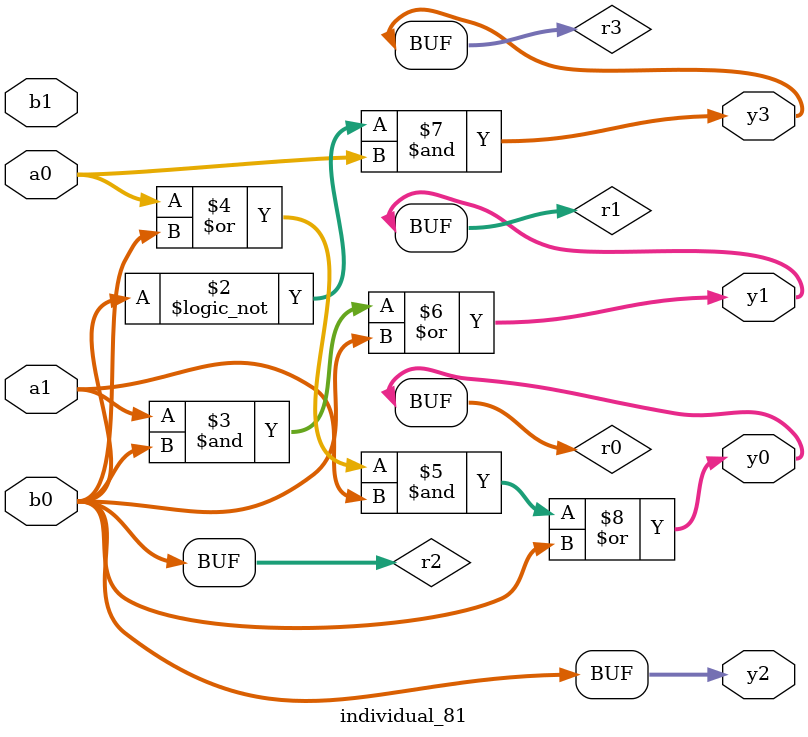
<source format=sv>
module individual_81(input logic [15:0] a1, input logic [15:0] a0, input logic [15:0] b1, input logic [15:0] b0, output logic [15:0] y3, output logic [15:0] y2, output logic [15:0] y1, output logic [15:0] y0);
logic [15:0] r0, r1, r2, r3; 
 always@(*) begin 
	 r0 = a0; r1 = a1; r2 = b0; r3 = b1; 
 	 r3 = ! b0 ;
 	 r1  &=  b0 ;
 	 r0  |=  r2 ;
 	 r0  &=  a1 ;
 	 r1  |=  b0 ;
 	 r3  &=  a0 ;
 	 r0  |=  r2 ;
 	 y3 = r3; y2 = r2; y1 = r1; y0 = r0; 
end
endmodule
</source>
